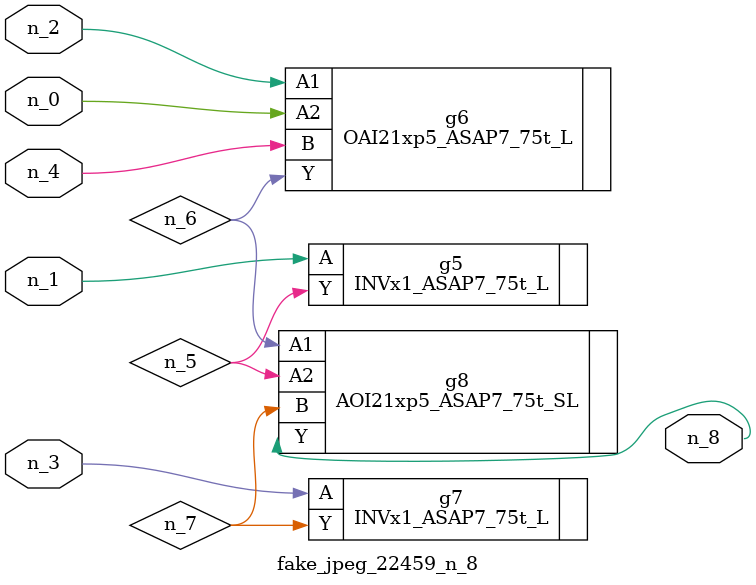
<source format=v>
module fake_jpeg_22459_n_8 (n_3, n_2, n_1, n_0, n_4, n_8);

input n_3;
input n_2;
input n_1;
input n_0;
input n_4;

output n_8;

wire n_6;
wire n_5;
wire n_7;

INVx1_ASAP7_75t_L g5 ( 
.A(n_1),
.Y(n_5)
);

OAI21xp5_ASAP7_75t_L g6 ( 
.A1(n_2),
.A2(n_0),
.B(n_4),
.Y(n_6)
);

INVx1_ASAP7_75t_L g7 ( 
.A(n_3),
.Y(n_7)
);

AOI21xp5_ASAP7_75t_SL g8 ( 
.A1(n_6),
.A2(n_5),
.B(n_7),
.Y(n_8)
);


endmodule
</source>
